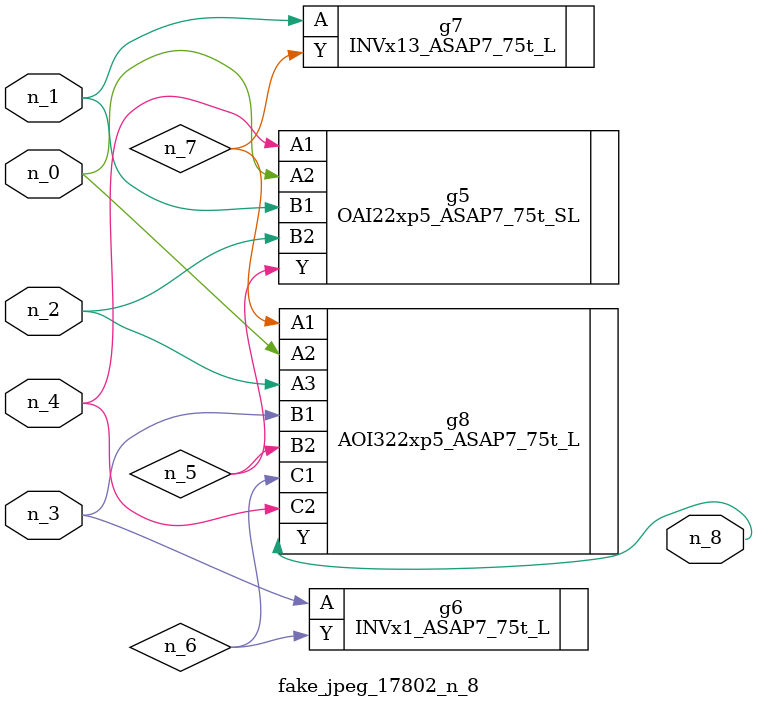
<source format=v>
module fake_jpeg_17802_n_8 (n_3, n_2, n_1, n_0, n_4, n_8);

input n_3;
input n_2;
input n_1;
input n_0;
input n_4;

output n_8;

wire n_6;
wire n_5;
wire n_7;

OAI22xp5_ASAP7_75t_SL g5 ( 
.A1(n_4),
.A2(n_0),
.B1(n_1),
.B2(n_2),
.Y(n_5)
);

INVx1_ASAP7_75t_L g6 ( 
.A(n_3),
.Y(n_6)
);

INVx13_ASAP7_75t_L g7 ( 
.A(n_1),
.Y(n_7)
);

AOI322xp5_ASAP7_75t_L g8 ( 
.A1(n_7),
.A2(n_0),
.A3(n_2),
.B1(n_3),
.B2(n_5),
.C1(n_6),
.C2(n_4),
.Y(n_8)
);


endmodule
</source>
